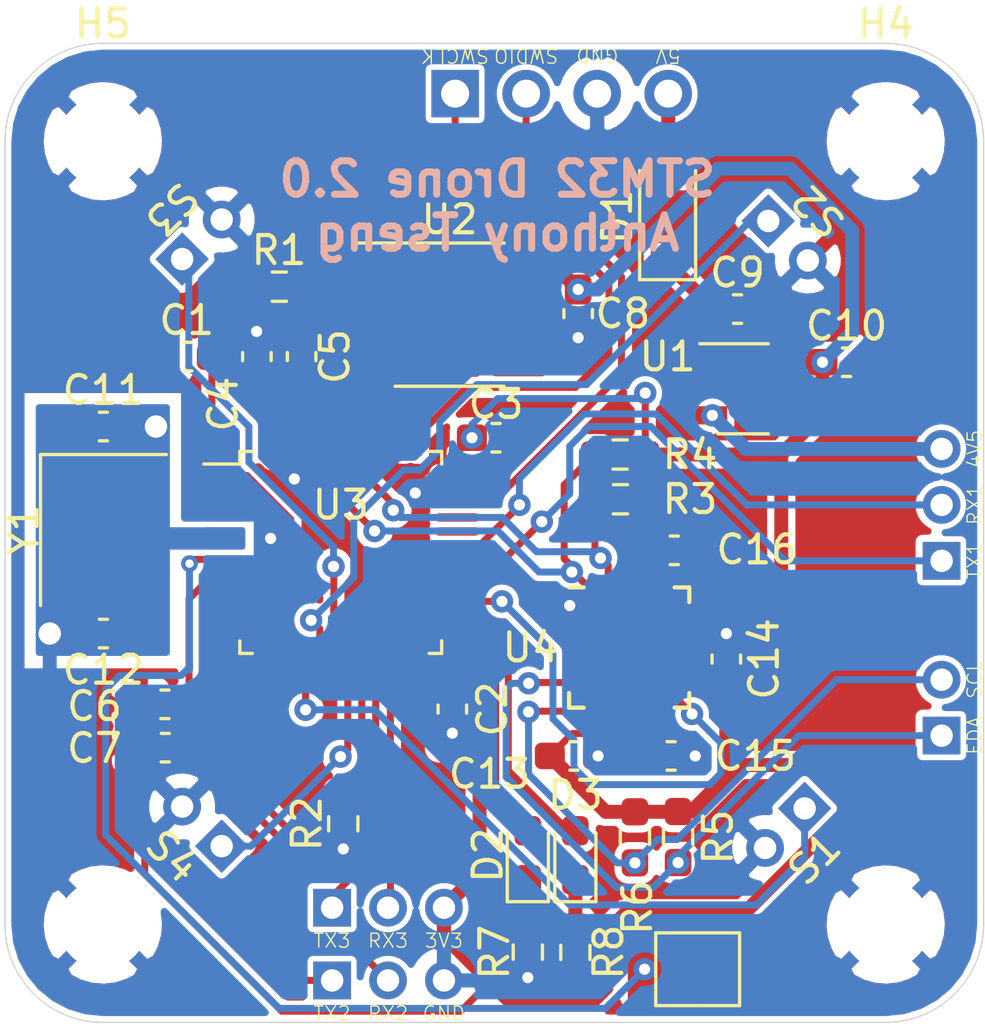
<source format=kicad_pcb>
(kicad_pcb (version 20171130) (host pcbnew "(5.1.7)-1")
  (layers (0 F.Cu signal) (31 B.Cu signal) (34 B.Paste user) (35 F.Paste user) (36 B.SilkS user) (37 F.SilkS user) (38 B.Mask user) (39 F.Mask user) (44 Edge.Cuts user))
  (net 0 "")
  (net 1 +3.3VA)
  (net 2 GND)
  (net 3 4V5)
  (net 4 HSE_IN)
  (net 5 HSE_OUT)
  (net 6 "Net-(C15-Pad1)")
  (net 7 "Net-(C16-Pad1)")
  (net 8 +5V)
  (net 9 "Net-(D2-Pad1)")
  (net 10 "Net-(D2-Pad2)")
  (net 11 "Net-(D3-Pad2)")
  (net 12 "Net-(D3-Pad1)")
  (net 13 SWCLK)
  (net 14 SWDIO)
  (net 15 RX1)
  (net 16 TX1)
  (net 17 TX3)
  (net 18 RX3)
  (net 19 TX2)
  (net 20 RX2)
  (net 21 GYRO_AUX_SDA)
  (net 22 GYRO_AUX_SCL)
  (net 23 MOTOR1_Signal)
  (net 24 MOTOR2_Signal)
  (net 25 MOTOR3_Signal)
  (net 26 MOTOR4_Signal)
  (net 27 BOOT0)
  (net 28 BOOT1)
  (net 29 SCL1)
  (net 30 SDA1)
  (net 31 NRST)
  (net 32 "Net-(U1-Pad4)")
  (net 33 CS1)
  (net 34 SCK1)
  (net 35 MOSI1)
  (net 36 MISO1)
  (net 37 "Net-(U2-Pad6)")
  (net 38 "Net-(U2-Pad7)")
  (net 39 "Net-(U3-Pad2)")
  (net 40 "Net-(U3-Pad3)")
  (net 41 "Net-(U3-Pad4)")
  (net 42 "Net-(U3-Pad10)")
  (net 43 "Net-(U3-Pad11)")
  (net 44 "Net-(U3-Pad28)")
  (net 45 "Net-(U3-Pad29)")
  (net 46 "Net-(U3-Pad32)")
  (net 47 "Net-(U3-Pad33)")
  (net 48 GYRO_INT)
  (net 49 "Net-(U3-Pad46)")
  (net 50 "Net-(U3-Pad14)")
  (net 51 "Net-(U3-Pad15)")
  (net 52 "Net-(U3-Pad45)")
  (module Connector_PinHeader_2.54mm_Personal:PinHeader_1x04_P2.54mm_Vertical (layer F.Cu) (at 85.1 60.8 90)
    (fp_text reference J1 hide)
    (fp_text value SWD)
    (pad 2 thru_hole oval (at 0 2.54 90) (size 1.7 1.7) (drill 1) (layers *.Cu *.Mask) (net 14 SWDIO))
    (pad 1 thru_hole rect (at 0 0 90) (size 1.7 1.7) (drill 1) (layers *.Cu *.Mask) (net 13 SWCLK))
    (pad 3 thru_hole oval (at 0 5.08 90) (size 1.7 1.7) (drill 1) (layers *.Cu *.Mask) (net 2 GND))
    (pad 4 thru_hole oval (at 0 7.62 90) (size 1.7 1.7) (drill 1) (layers *.Cu *.Mask) (net 8 +5V))
  )
  (module Connector_PinHeader_2.00mm_Personal:PinHeader_1x02_P2.00mm_Vertical (layer F.Cu) (at 102.5 83.75 180)
    (fp_text reference J5 hide)
    (fp_text value GYRO_AUX_I2C)
    (pad 2 thru_hole oval (at 0 2 180) (size 1.35 1.35) (drill 0.8) (layers *.Cu *.Mask) (net 22 GYRO_AUX_SCL))
    (pad 1 thru_hole rect (at 0 0 180) (size 1.35 1.35) (drill 0.8) (layers *.Cu *.Mask) (net 21 GYRO_AUX_SDA))
  )
  (module Connector_PinHeader_2.00mm_Personal:PinHeader_1x03_P2.00mm_Vertical (layer F.Cu) (at 102.5 77.5 180)
    (fp_text reference J2 hide)
    (fp_text value UART1)
    (pad 2 thru_hole oval (at 0 2 180) (size 1.35 1.35) (drill 0.8) (layers *.Cu *.Mask) (net 15 RX1))
    (pad 1 thru_hole rect (at 0 0 180) (size 1.35 1.35) (drill 0.8) (layers *.Cu *.Mask) (net 16 TX1))
    (pad 3 thru_hole oval (at 0 4 180) (size 1.35 1.35) (drill 0.8) (layers *.Cu *.Mask) (net 3 4V5))
  )
  (module Connector_PinHeader_2.00mm_Personal:PinHeader_1x03_P2.00mm_Vertical (layer F.Cu) (at 80.7 92.5 90)
    (fp_text reference J4 hide)
    (fp_text value UART2)
    (pad 2 thru_hole oval (at 0 2 90) (size 1.35 1.35) (drill 0.8) (layers *.Cu *.Mask) (net 20 RX2))
    (pad 1 thru_hole rect (at 0 0 90) (size 1.35 1.35) (drill 0.8) (layers *.Cu *.Mask) (net 19 TX2))
    (pad 3 thru_hole oval (at 0 4 90) (size 1.35 1.35) (drill 0.8) (layers *.Cu *.Mask) (net 2 GND))
  )
  (module Connector_PinHeader_2.00mm_Personal:PinHeader_1x03_P2.00mm_Vertical (layer F.Cu) (at 80.7 89.9 90)
    (fp_text reference J3 hide)
    (fp_text value UART3)
    (pad 2 thru_hole oval (at 0 2 90) (size 1.35 1.35) (drill 0.8) (layers *.Cu *.Mask) (net 18 RX3))
    (pad 1 thru_hole rect (at 0 0 90) (size 1.35 1.35) (drill 0.8) (layers *.Cu *.Mask) (net 17 TX3))
    (pad 3 thru_hole oval (at 0 4 90) (size 1.35 1.35) (drill 0.8) (layers *.Cu *.Mask) (net 1 +3.3VA))
  )
  (module Connector_PinHeader_2.00mm_Personal:PinHeader_1x02_P2.00mm_Vertical (layer F.Cu) (at 76.75 87.7 225)
    (fp_text reference S4 (at 1.513209 1.004092 135) (layer F.SilkS))
    (fp_text value S4)
    (pad 2 thru_hole oval (at 0 2 225) (size 1.35 1.35) (drill 0.8) (layers *.Cu *.Mask) (net 2 GND))
    (pad 1 thru_hole rect (at 0 0 225) (size 1.35 1.35) (drill 0.8) (layers *.Cu *.Mask) (net 26 MOTOR4_Signal))
  )
  (module Connector_PinHeader_2.00mm_Personal:PinHeader_1x02_P2.00mm_Vertical (layer F.Cu) (at 75.335786 66.714214 135)
    (fp_text reference S3 (at 1.527351 1.010051 225 unlocked) (layer F.SilkS))
    (fp_text value S3)
    (pad 2 thru_hole oval (at 0 2 135) (size 1.35 1.35) (drill 0.8) (layers *.Cu *.Mask) (net 2 GND))
    (pad 1 thru_hole rect (at 0 0 135) (size 1.35 1.35) (drill 0.8) (layers *.Cu *.Mask) (net 25 MOTOR3_Signal))
  )
  (module Connector_PinHeader_2.00mm_Personal:PinHeader_1x02_P2.00mm_Vertical (layer F.Cu) (at 96.3 65.35 45)
    (fp_text reference S2 (at 1.52028 1.025305 135 unlocked) (layer F.SilkS))
    (fp_text value S2)
    (pad 2 thru_hole oval (at 0 2 45) (size 1.35 1.35) (drill 0.8) (layers *.Cu *.Mask) (net 2 GND))
    (pad 1 thru_hole rect (at 0 0 45) (size 1.35 1.35) (drill 0.8) (layers *.Cu *.Mask) (net 24 MOTOR2_Signal))
  )
  (module Connector_PinHeader_2.00mm_Personal:PinHeader_1x02_P2.00mm_Vertical (layer F.Cu) (at 97.6 86.35 315)
    (fp_text reference S1 (at 1.52028 1.025305 45) (layer F.SilkS))
    (fp_text value S1)
    (pad 2 thru_hole oval (at 0 2 315) (size 1.35 1.35) (drill 0.8) (layers *.Cu *.Mask) (net 2 GND))
    (pad 1 thru_hole rect (at 0 0 315) (size 1.35 1.35) (drill 0.8) (layers *.Cu *.Mask) (net 23 MOTOR1_Signal))
  )
  (module Diode_SMD:D_SOD-123 (layer F.Cu) (at 92.7 65.2 90)
    (fp_text reference D1 (at 0 -1.8 90) (layer F.SilkS))
    (fp_text value ?)
    (pad 1 smd rect (at -1.65 0 90) (size 0.9 1.2) (layers F.Cu F.Paste F.Mask) (net 3 4V5))
    (pad 2 smd rect (at 1.65 0 90) (size 0.9 1.2) (layers F.Cu F.Paste F.Mask) (net 8 +5V))
  )
  (module Capacitor_SMD:C_0603_1608Metric_Pad1.08x0.95mm_HandSolder (layer F.Cu) (at 92.825 84.475)
    (fp_text reference C15 (at 3.015 0.005) (layer F.SilkS))
    (fp_text value .1uF)
    (pad 2 smd roundrect (at 0.8625 0) (size 1.075 0.95) (layers F.Cu F.Paste F.Mask) (net 2 GND))
    (pad 1 smd roundrect (at -0.8625 0) (size 1.075 0.95) (layers F.Cu F.Paste F.Mask) (net 6 "Net-(C15-Pad1)"))
  )
  (module MountingHole:MountingHole_3.2mm_M3 (layer F.Cu) (at 72.5 62.5)
    (fp_text reference H5 (at 0 -4.2) (layer F.SilkS))
    (fp_text value MountingHole)
    (pad 1 np_thru_hole circle (at 0 0) (size 3.2 3.2) (drill 3.2) (layers *.Cu *.Mask) (net 2 GND))
  )
  (module LED_SMD:LED_0603_1608Metric_Pad1.05x0.95mm_HandSolder (layer F.Cu) (at 87.7 88.025 90)
    (fp_text reference D2 (at 0 -1.43 90) (layer F.SilkS))
    (fp_text value Green)
    (pad 1 smd roundrect (at -0.875 0 90) (size 1.05 0.95) (layers F.Cu F.Paste F.Mask) (net 9 "Net-(D2-Pad1)"))
    (pad 2 smd roundrect (at 0.875 0 90) (size 1.05 0.95) (layers F.Cu F.Paste F.Mask) (net 10 "Net-(D2-Pad2)"))
  )
  (module LED_SMD:LED_0603_1608Metric_Pad1.05x0.95mm_HandSolder (layer F.Cu) (at 89.4 88.025 90)
    (fp_text reference D3 (at 2.155 0 180) (layer F.SilkS))
    (fp_text value Red)
    (pad 2 smd roundrect (at 0.875 0 90) (size 1.05 0.95) (layers F.Cu F.Paste F.Mask) (net 11 "Net-(D3-Pad2)"))
    (pad 1 smd roundrect (at -0.875 0 90) (size 1.05 0.95) (layers F.Cu F.Paste F.Mask) (net 12 "Net-(D3-Pad1)"))
  )
  (module MountingHole:MountingHole_3.2mm_M3 (layer F.Cu) (at 100.5 90.5)
    (fp_text reference H3 hide)
    (fp_text value MountingHole)
    (pad 1 np_thru_hole circle (at 0 0) (size 3.2 3.2) (drill 3.2) (layers *.Cu *.Mask) (net 2 GND))
  )
  (module MountingHole:MountingHole_3.2mm_M3 (layer F.Cu) (at 100.5 62.5)
    (fp_text reference H4 (at 0 -4.2) (layer F.SilkS))
    (fp_text value MountingHole)
    (pad 1 np_thru_hole circle (at 0 0) (size 3.2 3.2) (drill 3.2) (layers *.Cu *.Mask) (net 2 GND))
  )
  (module MountingHole:MountingHole_3.2mm_M3 (layer F.Cu) (at 72.5 90.5)
    (fp_text reference H6 hide)
    (fp_text value MountingHole)
    (pad 1 np_thru_hole circle (at 0 0) (size 3.2 3.2) (drill 3.2) (layers *.Cu *.Mask) (net 2 GND))
  )
  (module Crystal:Crystal_SMD_3225-4Pin_3.2x2.5mm_HandSoldering (layer F.Cu) (at 72.52 76.4 270)
    (fp_text reference Y1 (at 0 2.85 90) (layer F.SilkS))
    (fp_text value "16 MHz")
    (pad 1 smd rect (at -1.45 1.15 270) (size 2.1 1.8) (layers F.Cu F.Paste F.Mask) (net 4 HSE_IN))
    (pad 2 smd rect (at 1.45 1.15 270) (size 2.1 1.8) (layers F.Cu F.Paste F.Mask) (net 2 GND))
    (pad 3 smd rect (at 1.45 -1.15 270) (size 2.1 1.8) (layers F.Cu F.Paste F.Mask) (net 5 HSE_OUT))
    (pad 4 smd rect (at -1.45 -1.15 270) (size 2.1 1.8) (layers F.Cu F.Paste F.Mask) (net 2 GND))
  )
  (module Resistor_SMD:R_0603_1608Metric_Pad0.98x0.95mm_HandSolder (layer F.Cu) (at 78.8125 67.7 180)
    (fp_text reference R1 (at 0.0125 1.3) (layer F.SilkS))
    (fp_text value 10k)
    (pad 1 smd roundrect (at -0.9125 0 180) (size 0.975 0.95) (layers F.Cu F.Paste F.Mask) (net 27 BOOT0))
    (pad 2 smd roundrect (at 0.9125 0 180) (size 0.975 0.95) (layers F.Cu F.Paste F.Mask) (net 2 GND))
  )
  (module Resistor_SMD:R_0603_1608Metric_Pad0.98x0.95mm_HandSolder (layer F.Cu) (at 81.1 86.9 270)
    (fp_text reference R2 (at 0 1.3 90) (layer F.SilkS))
    (fp_text value 10k)
    (pad 1 smd roundrect (at -0.9125 0 270) (size 0.975 0.95) (layers F.Cu F.Paste F.Mask) (net 28 BOOT1))
    (pad 2 smd roundrect (at 0.9125 0 270) (size 0.975 0.95) (layers F.Cu F.Paste F.Mask) (net 2 GND))
  )
  (module Resistor_SMD:R_0603_1608Metric_Pad0.98x0.95mm_HandSolder (layer F.Cu) (at 91.0125 75.3 180)
    (fp_text reference R3 (at -2.4875 0) (layer F.SilkS))
    (fp_text value 2.2k)
    (pad 2 smd roundrect (at 0.9125 0 180) (size 0.975 0.95) (layers F.Cu F.Paste F.Mask) (net 29 SCL1))
    (pad 1 smd roundrect (at -0.9125 0 180) (size 0.975 0.95) (layers F.Cu F.Paste F.Mask) (net 1 +3.3VA))
  )
  (module Resistor_SMD:R_0603_1608Metric_Pad0.98x0.95mm_HandSolder (layer F.Cu) (at 91 73.7 180)
    (fp_text reference R4 (at -2.5 0) (layer F.SilkS))
    (fp_text value 2.2k)
    (pad 1 smd roundrect (at -0.9125 0 180) (size 0.975 0.95) (layers F.Cu F.Paste F.Mask) (net 1 +3.3VA))
    (pad 2 smd roundrect (at 0.9125 0 180) (size 0.975 0.95) (layers F.Cu F.Paste F.Mask) (net 30 SDA1))
  )
  (module Resistor_SMD:R_0603_1608Metric_Pad0.98x0.95mm_HandSolder (layer F.Cu) (at 93.075 87.375 270)
    (fp_text reference R5 (at 0 -1.43 270) (layer F.SilkS))
    (fp_text value 2.2k)
    (pad 2 smd roundrect (at 0.9125 0 270) (size 0.975 0.95) (layers F.Cu F.Paste F.Mask) (net 21 GYRO_AUX_SDA))
    (pad 1 smd roundrect (at -0.9125 0 270) (size 0.975 0.95) (layers F.Cu F.Paste F.Mask) (net 1 +3.3VA))
  )
  (module Resistor_SMD:R_0603_1608Metric_Pad0.98x0.95mm_HandSolder (layer F.Cu) (at 91.529999 87.385001 270)
    (fp_text reference R6 (at 2.504999 -0.090001 90) (layer F.SilkS))
    (fp_text value 2.2k)
    (pad 2 smd roundrect (at 0.9125 0 270) (size 0.975 0.95) (layers F.Cu F.Paste F.Mask) (net 22 GYRO_AUX_SCL))
    (pad 1 smd roundrect (at -0.9125 0 270) (size 0.975 0.95) (layers F.Cu F.Paste F.Mask) (net 1 +3.3VA))
  )
  (module Resistor_SMD:R_0603_1608Metric_Pad0.98x0.95mm_HandSolder (layer F.Cu) (at 87.7 91.4875 270)
    (fp_text reference R7 (at 0.0025 1.19 90) (layer F.SilkS))
    (fp_text value 220)
    (pad 2 smd roundrect (at 0.9125 0 270) (size 0.975 0.95) (layers F.Cu F.Paste F.Mask) (net 2 GND))
    (pad 1 smd roundrect (at -0.9125 0 270) (size 0.975 0.95) (layers F.Cu F.Paste F.Mask) (net 9 "Net-(D2-Pad1)"))
  )
  (module Resistor_SMD:R_0603_1608Metric_Pad0.98x0.95mm_HandSolder (layer F.Cu) (at 89.4 91.5 270)
    (fp_text reference R8 (at -0.01 -1.19 90) (layer F.SilkS))
    (fp_text value 220)
    (pad 1 smd roundrect (at -0.9125 0 270) (size 0.975 0.95) (layers F.Cu F.Paste F.Mask) (net 12 "Net-(D3-Pad1)"))
    (pad 2 smd roundrect (at 0.9125 0 270) (size 0.975 0.95) (layers F.Cu F.Paste F.Mask) (net 2 GND))
  )
  (module Button_Switch_SMD_Personal:EVPBA (layer F.Cu) (at 93.775 92.1 180)
    (fp_text reference SW1 hide)
    (fp_text value SW_MEC_5G)
    (pad 2 smd rect (at 1.9 0 180) (size 1.2 2.15) (layers F.Cu F.Paste F.Mask) (net 31 NRST))
    (pad 1 smd rect (at -1.9 0 180) (size 1.2 2.15) (layers F.Cu F.Paste F.Mask) (net 2 GND))
  )
  (module Package_TO_SOT_SMD:SOT-23-5 (layer F.Cu) (at 95.4 71.35)
    (fp_text reference U1 (at -2.7 -1.15) (layer F.SilkS))
    (fp_text value MIC5504-3.3YM5)
    (pad 1 smd rect (at -1.1 -0.95) (size 1.06 0.65) (layers F.Cu F.Paste F.Mask) (net 3 4V5))
    (pad 2 smd rect (at -1.1 0) (size 1.06 0.65) (layers F.Cu F.Paste F.Mask) (net 2 GND))
    (pad 3 smd rect (at -1.1 0.95) (size 1.06 0.65) (layers F.Cu F.Paste F.Mask) (net 3 4V5))
    (pad 4 smd rect (at 1.1 0.95) (size 1.06 0.65) (layers F.Cu F.Paste F.Mask) (net 32 "Net-(U1-Pad4)"))
    (pad 5 smd rect (at 1.1 -0.95) (size 1.06 0.65) (layers F.Cu F.Paste F.Mask) (net 1 +3.3VA))
  )
  (module Package_SO:SOIC-8_3.9x4.9mm_P1.27mm (layer F.Cu) (at 84.9 68.7)
    (fp_text reference U2 (at 0 -3.4) (layer F.SilkS))
    (fp_text value 93CxxB)
    (pad 1 smd roundrect (at -2.475 -1.905) (size 1.95 0.6) (layers F.Cu F.Paste F.Mask) (net 33 CS1))
    (pad 2 smd roundrect (at -2.475 -0.635) (size 1.95 0.6) (layers F.Cu F.Paste F.Mask) (net 34 SCK1))
    (pad 3 smd roundrect (at -2.475 0.635) (size 1.95 0.6) (layers F.Cu F.Paste F.Mask) (net 35 MOSI1))
    (pad 4 smd roundrect (at -2.475 1.905) (size 1.95 0.6) (layers F.Cu F.Paste F.Mask) (net 36 MISO1))
    (pad 5 smd roundrect (at 2.475 1.905) (size 1.95 0.6) (layers F.Cu F.Paste F.Mask) (net 2 GND))
    (pad 6 smd roundrect (at 2.475 0.635) (size 1.95 0.6) (layers F.Cu F.Paste F.Mask) (net 37 "Net-(U2-Pad6)"))
    (pad 7 smd roundrect (at 2.475 -0.635) (size 1.95 0.6) (layers F.Cu F.Paste F.Mask) (net 38 "Net-(U2-Pad7)"))
    (pad 8 smd roundrect (at 2.475 -1.905) (size 1.95 0.6) (layers F.Cu F.Paste F.Mask) (net 1 +3.3VA))
  )
  (module Sensor_Motion:InvenSense_QFN-24_4x4mm_P0.5mm (layer F.Cu) (at 91.325 80.6)
    (fp_text reference U4 (at -3.525 0) (layer F.SilkS))
    (fp_text value MPU-6050)
    (pad 1 smd roundrect (at -1.95 -1.25) (size 0.85 0.3) (layers F.Cu F.Paste F.Mask) (net 2 GND))
    (pad 2 smd roundrect (at -1.95 -0.75) (size 0.85 0.3) (layers F.Cu F.Paste F.Mask))
    (pad 3 smd roundrect (at -1.95 -0.25) (size 0.85 0.3) (layers F.Cu F.Paste F.Mask))
    (pad 4 smd roundrect (at -1.95 0.25) (size 0.85 0.3) (layers F.Cu F.Paste F.Mask))
    (pad 5 smd roundrect (at -1.95 0.75) (size 0.85 0.3) (layers F.Cu F.Paste F.Mask))
    (pad 6 smd roundrect (at -1.95 1.25) (size 0.85 0.3) (layers F.Cu F.Paste F.Mask) (net 21 GYRO_AUX_SDA))
    (pad 7 smd roundrect (at -1.25 1.95 90) (size 0.85 0.3) (layers F.Cu F.Paste F.Mask) (net 22 GYRO_AUX_SCL))
    (pad 8 smd roundrect (at -0.75 1.95 90) (size 0.85 0.3) (layers F.Cu F.Paste F.Mask) (net 1 +3.3VA))
    (pad 9 smd roundrect (at -0.25 1.95 90) (size 0.85 0.3) (layers F.Cu F.Paste F.Mask) (net 2 GND))
    (pad 10 smd roundrect (at 0.25 1.95 90) (size 0.85 0.3) (layers F.Cu F.Paste F.Mask) (net 6 "Net-(C15-Pad1)"))
    (pad 11 smd roundrect (at 0.75 1.95 90) (size 0.85 0.3) (layers F.Cu F.Paste F.Mask) (net 2 GND))
    (pad 12 smd roundrect (at 1.25 1.95 90) (size 0.85 0.3) (layers F.Cu F.Paste F.Mask) (net 48 GYRO_INT))
    (pad 13 smd roundrect (at 1.95 1.25) (size 0.85 0.3) (layers F.Cu F.Paste F.Mask) (net 1 +3.3VA))
    (pad 14 smd roundrect (at 1.95 0.75) (size 0.85 0.3) (layers F.Cu F.Paste F.Mask))
    (pad 15 smd roundrect (at 1.95 0.25) (size 0.85 0.3) (layers F.Cu F.Paste F.Mask))
    (pad 16 smd roundrect (at 1.95 -0.25) (size 0.85 0.3) (layers F.Cu F.Paste F.Mask))
    (pad 17 smd roundrect (at 1.95 -0.75) (size 0.85 0.3) (layers F.Cu F.Paste F.Mask))
    (pad 18 smd roundrect (at 1.95 -1.25) (size 0.85 0.3) (layers F.Cu F.Paste F.Mask) (net 2 GND))
    (pad 19 smd roundrect (at 1.25 -1.95 90) (size 0.85 0.3) (layers F.Cu F.Paste F.Mask))
    (pad 20 smd roundrect (at 0.75 -1.95 90) (size 0.85 0.3) (layers F.Cu F.Paste F.Mask) (net 7 "Net-(C16-Pad1)"))
    (pad 21 smd roundrect (at 0.25 -1.95 90) (size 0.85 0.3) (layers F.Cu F.Paste F.Mask))
    (pad 22 smd roundrect (at -0.25 -1.95 90) (size 0.85 0.3) (layers F.Cu F.Paste F.Mask))
    (pad 23 smd roundrect (at -0.75 -1.95 90) (size 0.85 0.3) (layers F.Cu F.Paste F.Mask) (net 29 SCL1))
    (pad 24 smd roundrect (at -1.25 -1.95 90) (size 0.85 0.3) (layers F.Cu F.Paste F.Mask) (net 30 SDA1))
  )
  (module Capacitor_SMD:C_0603_1608Metric_Pad1.08x0.95mm_HandSolder (layer F.Cu) (at 75.5375 70.2 180)
    (fp_text reference C1 (at 0.0375 1.3) (layer F.SilkS))
    (fp_text value 100nF)
    (pad 1 smd roundrect (at -0.8625 0 180) (size 1.075 0.95) (layers F.Cu F.Paste F.Mask) (net 1 +3.3VA))
    (pad 2 smd roundrect (at 0.8625 0 180) (size 1.075 0.95) (layers F.Cu F.Paste F.Mask) (net 2 GND))
  )
  (module Capacitor_SMD:C_0603_1608Metric_Pad1.08x0.95mm_HandSolder (layer F.Cu) (at 85 82.8 270)
    (fp_text reference C2 (at 0 -1.43 90) (layer F.SilkS))
    (fp_text value 100nF)
    (pad 2 smd roundrect (at 0.8625 0 270) (size 1.075 0.95) (layers F.Cu F.Paste F.Mask) (net 2 GND))
    (pad 1 smd roundrect (at -0.8625 0 270) (size 1.075 0.95) (layers F.Cu F.Paste F.Mask) (net 1 +3.3VA))
  )
  (module Capacitor_SMD:C_0603_1608Metric_Pad1.08x0.95mm_HandSolder (layer F.Cu) (at 86.5625 73.1)
    (fp_text reference C3 (at 0 -1.2) (layer F.SilkS))
    (fp_text value 100nF)
    (pad 2 smd roundrect (at 0.8625 0) (size 1.075 0.95) (layers F.Cu F.Paste F.Mask) (net 2 GND))
    (pad 1 smd roundrect (at -0.8625 0) (size 1.075 0.95) (layers F.Cu F.Paste F.Mask) (net 1 +3.3VA))
  )
  (module Capacitor_SMD:C_0603_1608Metric_Pad1.08x0.95mm_HandSolder (layer F.Cu) (at 78.01 70.2 90)
    (fp_text reference C4 (at -1.7 -1.21 270) (layer F.SilkS))
    (fp_text value 100nF)
    (pad 2 smd roundrect (at 0.8625 0 90) (size 1.075 0.95) (layers F.Cu F.Paste F.Mask) (net 2 GND))
    (pad 1 smd roundrect (at -0.8625 0 90) (size 1.075 0.95) (layers F.Cu F.Paste F.Mask) (net 1 +3.3VA))
  )
  (module Capacitor_SMD:C_0603_1608Metric_Pad1.08x0.95mm_HandSolder (layer F.Cu) (at 79.61 70.1975 90)
    (fp_text reference C5 (at 0 1.19 90) (layer F.SilkS))
    (fp_text value 4.7uF)
    (pad 2 smd roundrect (at 0.8625 0 90) (size 1.075 0.95) (layers F.Cu F.Paste F.Mask) (net 2 GND))
    (pad 1 smd roundrect (at -0.8625 0 90) (size 1.075 0.95) (layers F.Cu F.Paste F.Mask) (net 1 +3.3VA))
  )
  (module Capacitor_SMD:C_0603_1608Metric_Pad1.08x0.95mm_HandSolder (layer F.Cu) (at 74.72 82.63 180)
    (fp_text reference C6 (at 2.52 -0.07) (layer F.SilkS))
    (fp_text value 10nF)
    (pad 1 smd roundrect (at -0.8625 0 180) (size 1.075 0.95) (layers F.Cu F.Paste F.Mask) (net 1 +3.3VA))
    (pad 2 smd roundrect (at 0.8625 0 180) (size 1.075 0.95) (layers F.Cu F.Paste F.Mask) (net 2 GND))
  )
  (module Capacitor_SMD:C_0603_1608Metric_Pad1.08x0.95mm_HandSolder (layer F.Cu) (at 74.7325 84.18 180)
    (fp_text reference C7 (at 2.5325 -0.02) (layer F.SilkS))
    (fp_text value 1uF)
    (pad 2 smd roundrect (at 0.8625 0 180) (size 1.075 0.95) (layers F.Cu F.Paste F.Mask) (net 2 GND))
    (pad 1 smd roundrect (at -0.8625 0 180) (size 1.075 0.95) (layers F.Cu F.Paste F.Mask) (net 1 +3.3VA))
  )
  (module Capacitor_SMD:C_0603_1608Metric_Pad1.08x0.95mm_HandSolder (layer F.Cu) (at 89.5 68.6625 90)
    (fp_text reference C8 (at 0 1.6 180) (layer F.SilkS))
    (fp_text value 100nF)
    (pad 1 smd roundrect (at -0.8625 0 90) (size 1.075 0.95) (layers F.Cu F.Paste F.Mask) (net 2 GND))
    (pad 2 smd roundrect (at 0.8625 0 90) (size 1.075 0.95) (layers F.Cu F.Paste F.Mask) (net 1 +3.3VA))
  )
  (module Capacitor_SMD:C_0603_1608Metric_Pad1.08x0.95mm_HandSolder (layer F.Cu) (at 95.2 68.5)
    (fp_text reference C9 (at 0 -1.3) (layer F.SilkS))
    (fp_text value 1uF)
    (pad 1 smd roundrect (at -0.8625 0) (size 1.075 0.95) (layers F.Cu F.Paste F.Mask) (net 3 4V5))
    (pad 2 smd roundrect (at 0.8625 0) (size 1.075 0.95) (layers F.Cu F.Paste F.Mask) (net 2 GND))
  )
  (module Capacitor_SMD:C_0603_1608Metric_Pad1.08x0.95mm_HandSolder (layer F.Cu) (at 99.1 70.4)
    (fp_text reference C10 (at 0 -1.3) (layer F.SilkS))
    (fp_text value 1uF)
    (pad 2 smd roundrect (at 0.8625 0) (size 1.075 0.95) (layers F.Cu F.Paste F.Mask) (net 2 GND))
    (pad 1 smd roundrect (at -0.8625 0) (size 1.075 0.95) (layers F.Cu F.Paste F.Mask) (net 1 +3.3VA))
  )
  (module Capacitor_SMD:C_0603_1608Metric_Pad1.08x0.95mm_HandSolder (layer F.Cu) (at 72.52 72.7)
    (fp_text reference C11 (at 0 -1.3) (layer F.SilkS))
    (fp_text value 12pF)
    (pad 2 smd roundrect (at 0.8625 0) (size 1.075 0.95) (layers F.Cu F.Paste F.Mask) (net 2 GND))
    (pad 1 smd roundrect (at -0.8625 0) (size 1.075 0.95) (layers F.Cu F.Paste F.Mask) (net 4 HSE_IN))
  )
  (module Capacitor_SMD:C_0603_1608Metric_Pad1.08x0.95mm_HandSolder (layer F.Cu) (at 72.52 80.1 180)
    (fp_text reference C12 (at 0 -1.3) (layer F.SilkS))
    (fp_text value 12pF)
    (pad 1 smd roundrect (at -0.8625 0 180) (size 1.075 0.95) (layers F.Cu F.Paste F.Mask) (net 5 HSE_OUT))
    (pad 2 smd roundrect (at 0.8625 0 180) (size 1.075 0.95) (layers F.Cu F.Paste F.Mask) (net 2 GND))
  )
  (module Capacitor_SMD:C_0603_1608Metric_Pad1.08x0.95mm_HandSolder (layer F.Cu) (at 89.35 84.475)
    (fp_text reference C13 (at -3.02 0.645) (layer F.SilkS))
    (fp_text value 10nF)
    (pad 2 smd roundrect (at 0.8625 0) (size 1.075 0.95) (layers F.Cu F.Paste F.Mask) (net 2 GND))
    (pad 1 smd roundrect (at -0.8625 0) (size 1.075 0.95) (layers F.Cu F.Paste F.Mask) (net 1 +3.3VA))
  )
  (module Capacitor_SMD:C_0603_1608Metric_Pad1.08x0.95mm_HandSolder (layer F.Cu) (at 94.8 81.0125 90)
    (fp_text reference C14 (at 0.0025 1.35 90) (layer F.SilkS))
    (fp_text value .1uF)
    (pad 1 smd roundrect (at -0.8625 0 90) (size 1.075 0.95) (layers F.Cu F.Paste F.Mask) (net 1 +3.3VA))
    (pad 2 smd roundrect (at 0.8625 0 90) (size 1.075 0.95) (layers F.Cu F.Paste F.Mask) (net 2 GND))
  )
  (module Capacitor_SMD:C_0603_1608Metric_Pad1.08x0.95mm_HandSolder (layer F.Cu) (at 92.9375 77.125)
    (fp_text reference C16 (at 2.9625 -0.025) (layer F.SilkS))
    (fp_text value 2.2nF)
    (pad 1 smd roundrect (at -0.8625 0) (size 1.075 0.95) (layers F.Cu F.Paste F.Mask) (net 7 "Net-(C16-Pad1)"))
    (pad 2 smd roundrect (at 0.8625 0) (size 1.075 0.95) (layers F.Cu F.Paste F.Mask) (net 2 GND))
  )
  (module Package_QFP:LQFP-48_7x7mm_P0.5mm (layer F.Cu) (at 81.01 77.2)
    (fp_text reference U3 (at 0 -1.7) (layer F.SilkS))
    (fp_text value STM32F103C8Tx)
    (pad 1 smd roundrect (at -4.1625 -2.75) (size 1.475 0.3) (layers F.Cu F.Paste F.Mask) (net 1 +3.3VA))
    (pad 2 smd roundrect (at -4.1625 -2.25) (size 1.475 0.3) (layers F.Cu F.Paste F.Mask) (net 39 "Net-(U3-Pad2)"))
    (pad 3 smd roundrect (at -4.1625 -1.75) (size 1.475 0.3) (layers F.Cu F.Paste F.Mask) (net 40 "Net-(U3-Pad3)"))
    (pad 4 smd roundrect (at -4.1625 -1.25) (size 1.475 0.3) (layers F.Cu F.Paste F.Mask) (net 41 "Net-(U3-Pad4)"))
    (pad 5 smd roundrect (at -4.1625 -0.75) (size 1.475 0.3) (layers F.Cu F.Paste F.Mask) (net 4 HSE_IN))
    (pad 6 smd roundrect (at -4.1625 -0.25) (size 1.475 0.3) (layers F.Cu F.Paste F.Mask) (net 5 HSE_OUT))
    (pad 7 smd roundrect (at -4.1625 0.25) (size 1.475 0.3) (layers F.Cu F.Paste F.Mask) (net 31 NRST))
    (pad 8 smd roundrect (at -4.1625 0.75) (size 1.475 0.3) (layers F.Cu F.Paste F.Mask) (net 2 GND))
    (pad 9 smd roundrect (at -4.1625 1.25) (size 1.475 0.3) (layers F.Cu F.Paste F.Mask) (net 1 +3.3VA))
    (pad 10 smd roundrect (at -4.1625 1.75) (size 1.475 0.3) (layers F.Cu F.Paste F.Mask) (net 42 "Net-(U3-Pad10)"))
    (pad 11 smd roundrect (at -4.1625 2.25) (size 1.475 0.3) (layers F.Cu F.Paste F.Mask) (net 43 "Net-(U3-Pad11)"))
    (pad 12 smd roundrect (at -4.1625 2.75) (size 1.475 0.3) (layers F.Cu F.Paste F.Mask) (net 19 TX2))
    (pad 13 smd roundrect (at -2.75 4.1625) (size 0.3 1.475) (layers F.Cu F.Paste F.Mask) (net 20 RX2))
    (pad 14 smd roundrect (at -2.25 4.1625) (size 0.3 1.475) (layers F.Cu F.Paste F.Mask) (net 50 "Net-(U3-Pad14)"))
    (pad 15 smd roundrect (at -1.75 4.1625) (size 0.3 1.475) (layers F.Cu F.Paste F.Mask) (net 51 "Net-(U3-Pad15)"))
    (pad 16 smd roundrect (at -1.25 4.1625) (size 0.3 1.475) (layers F.Cu F.Paste F.Mask) (net 23 MOTOR1_Signal))
    (pad 17 smd roundrect (at -0.75 4.1625) (size 0.3 1.475) (layers F.Cu F.Paste F.Mask) (net 24 MOTOR2_Signal))
    (pad 18 smd roundrect (at -0.25 4.1625) (size 0.3 1.475) (layers F.Cu F.Paste F.Mask) (net 25 MOTOR3_Signal))
    (pad 19 smd roundrect (at 0.25 4.1625) (size 0.3 1.475) (layers F.Cu F.Paste F.Mask) (net 26 MOTOR4_Signal))
    (pad 20 smd roundrect (at 0.75 4.1625) (size 0.3 1.475) (layers F.Cu F.Paste F.Mask) (net 28 BOOT1))
    (pad 21 smd roundrect (at 1.25 4.1625) (size 0.3 1.475) (layers F.Cu F.Paste F.Mask) (net 17 TX3))
    (pad 22 smd roundrect (at 1.75 4.1625) (size 0.3 1.475) (layers F.Cu F.Paste F.Mask) (net 18 RX3))
    (pad 23 smd roundrect (at 2.25 4.1625) (size 0.3 1.475) (layers F.Cu F.Paste F.Mask) (net 2 GND))
    (pad 24 smd roundrect (at 2.75 4.1625) (size 0.3 1.475) (layers F.Cu F.Paste F.Mask) (net 1 +3.3VA))
    (pad 25 smd roundrect (at 4.1625 2.75) (size 1.475 0.3) (layers F.Cu F.Paste F.Mask) (net 10 "Net-(D2-Pad2)"))
    (pad 26 smd roundrect (at 4.1625 2.25) (size 1.475 0.3) (layers F.Cu F.Paste F.Mask) (net 11 "Net-(D3-Pad2)"))
    (pad 27 smd roundrect (at 4.1625 1.75) (size 1.475 0.3) (layers F.Cu F.Paste F.Mask) (net 48 GYRO_INT))
    (pad 28 smd roundrect (at 4.1625 1.25) (size 1.475 0.3) (layers F.Cu F.Paste F.Mask) (net 44 "Net-(U3-Pad28)"))
    (pad 29 smd roundrect (at 4.1625 0.75) (size 1.475 0.3) (layers F.Cu F.Paste F.Mask) (net 45 "Net-(U3-Pad29)"))
    (pad 30 smd roundrect (at 4.1625 0.25) (size 1.475 0.3) (layers F.Cu F.Paste F.Mask) (net 16 TX1))
    (pad 31 smd roundrect (at 4.1625 -0.25) (size 1.475 0.3) (layers F.Cu F.Paste F.Mask) (net 15 RX1))
    (pad 32 smd roundrect (at 4.1625 -0.75) (size 1.475 0.3) (layers F.Cu F.Paste F.Mask) (net 46 "Net-(U3-Pad32)"))
    (pad 33 smd roundrect (at 4.1625 -1.25) (size 1.475 0.3) (layers F.Cu F.Paste F.Mask) (net 47 "Net-(U3-Pad33)"))
    (pad 34 smd roundrect (at 4.1625 -1.75) (size 1.475 0.3) (layers F.Cu F.Paste F.Mask) (net 14 SWDIO))
    (pad 35 smd roundrect (at 4.1625 -2.25) (size 1.475 0.3) (layers F.Cu F.Paste F.Mask) (net 2 GND))
    (pad 36 smd roundrect (at 4.1625 -2.75) (size 1.475 0.3) (layers F.Cu F.Paste F.Mask) (net 1 +3.3VA))
    (pad 37 smd roundrect (at 2.75 -4.1625) (size 0.3 1.475) (layers F.Cu F.Paste F.Mask) (net 13 SWCLK))
    (pad 38 smd roundrect (at 2.25 -4.1625) (size 0.3 1.475) (layers F.Cu F.Paste F.Mask) (net 33 CS1))
    (pad 39 smd roundrect (at 1.75 -4.1625) (size 0.3 1.475) (layers F.Cu F.Paste F.Mask) (net 34 SCK1))
    (pad 40 smd roundrect (at 1.25 -4.1625) (size 0.3 1.475) (layers F.Cu F.Paste F.Mask) (net 36 MISO1))
    (pad 41 smd roundrect (at 0.75 -4.1625) (size 0.3 1.475) (layers F.Cu F.Paste F.Mask) (net 35 MOSI1))
    (pad 42 smd roundrect (at 0.25 -4.1625) (size 0.3 1.475) (layers F.Cu F.Paste F.Mask) (net 29 SCL1))
    (pad 43 smd roundrect (at -0.25 -4.1625) (size 0.3 1.475) (layers F.Cu F.Paste F.Mask) (net 30 SDA1))
    (pad 44 smd roundrect (at -0.75 -4.1625) (size 0.3 1.475) (layers F.Cu F.Paste F.Mask) (net 27 BOOT0))
    (pad 45 smd roundrect (at -1.25 -4.1625) (size 0.3 1.475) (layers F.Cu F.Paste F.Mask) (net 52 "Net-(U3-Pad45)"))
    (pad 46 smd roundrect (at -1.75 -4.1625) (size 0.3 1.475) (layers F.Cu F.Paste F.Mask) (net 49 "Net-(U3-Pad46)"))
    (pad 47 smd roundrect (at -2.25 -4.1625) (size 0.3 1.475) (layers F.Cu F.Paste F.Mask) (net 2 GND))
    (pad 48 smd roundrect (at -2.75 -4.1625) (size 0.3 1.475) (layers F.Cu F.Paste F.Mask) (net 1 +3.3VA))
  )
  (gr_text "STM32 Drone 2.0\nAnthony Tseng" (at 86.61 64.82) (layer B.SilkS) (effects (font (size 1.2 1.2) (thickness 0.25)) (justify mirror)))
  (gr_text SWCLK (at 85.09 59.44 180) (layer F.SilkS) (effects (font (size 0.5 0.5) (thickness 0.05))))
  (gr_text SWDIO (at 87.64 59.44 180) (layer F.SilkS) (effects (font (size 0.5 0.5) (thickness 0.05))))
  (gr_text GND (at 90.19 59.43 180) (layer F.SilkS) (effects (font (size 0.5 0.5) (thickness 0.05))))
  (gr_text 5V (at 92.72 59.44 180) (layer F.SilkS) (effects (font (size 0.5 0.5) (thickness 0.05))))
  (gr_text 4V5 (at 103.68 73.5 90) (layer F.SilkS) (effects (font (size 0.5 0.5) (thickness 0.05))))
  (gr_text RX1 (at 103.68 75.5 90) (layer F.SilkS) (effects (font (size 0.5 0.5) (thickness 0.05))))
  (gr_text TX1 (at 103.68 77.5 90) (layer F.SilkS) (effects (font (size 0.5 0.5) (thickness 0.05))))
  (gr_text SCL (at 103.68 81.75 90) (layer F.SilkS) (effects (font (size 0.5 0.5) (thickness 0.05))))
  (gr_text EDA (at 103.68 83.75 90) (layer F.SilkS) (effects (font (size 0.5 0.5) (thickness 0.05))))
  (gr_text 3V3 (at 84.7 91.08) (layer F.SilkS) (effects (font (size 0.5 0.5) (thickness 0.05))))
  (gr_text RX3 (at 82.7 91.08) (layer F.SilkS) (effects (font (size 0.5 0.5) (thickness 0.05))))
  (gr_text TX3 (at 80.7 91.08) (layer F.SilkS) (effects (font (size 0.5 0.5) (thickness 0.05))))
  (gr_text RX2 (at 82.7 93.68) (layer F.SilkS) (effects (font (size 0.5 0.5) (thickness 0.05))))
  (gr_text "GND\n" (at 84.7 93.68) (layer F.SilkS) (effects (font (size 0.5 0.5) (thickness 0.05))))
  (gr_text TX2 (at 80.7 93.68) (layer F.SilkS) (effects (font (size 0.5 0.5) (thickness 0.05))))
  (gr_arc (start 72.5 62.5) (end 72.5 59) (angle -90) (layer Edge.Cuts) (width 0.05))
  (gr_arc (start 72.5 90.5) (end 69 90.5) (angle -90) (layer Edge.Cuts) (width 0.05))
  (gr_arc (start 100.5 90.5) (end 100.5 94) (angle -90) (layer Edge.Cuts) (width 0.05))
  (gr_arc (start 100.5 62.5) (end 104 62.5) (angle -90) (layer Edge.Cuts) (width 0.05))
  (gr_line (start 69 90.5) (end 69 62.5) (layer Edge.Cuts) (width 0.05))
  (gr_line (start 100.5 94) (end 72.5 94) (layer Edge.Cuts) (width 0.05))
  (gr_line (start 104 62.5) (end 104 90.5) (layer Edge.Cuts) (width 0.05))
  (gr_line (start 72.5 59) (end 100.5 59) (layer Edge.Cuts) (width 0.05))
  (via (at 94.8 80.1) (size 0.8) (drill 0.4) (layers F.Cu B.Cu) (net 2))
  (via (at 87.7 92.4) (size 0.8) (drill 0.4) (layers F.Cu B.Cu) (net 2))
  (via (at 78 69.3) (size 0.8) (drill 0.4) (layers F.Cu B.Cu) (net 2))
  (segment (start 75.994318 78.45) (end 76.8475 78.45) (width 0.25) (layer F.Cu) (net 1))
  (segment (start 75.5825 78.861818) (end 75.994318 78.45) (width 0.25) (layer F.Cu) (net 1))
  (segment (start 75.5825 78.861818) (end 75.5825 82.63) (width 0.25) (layer F.Cu) (net 1))
  (segment (start 75.5825 84.1675) (end 75.595 84.18) (width 0.5) (layer F.Cu) (net 1))
  (segment (start 75.5825 82.63) (end 75.5825 84.1675) (width 0.5) (layer F.Cu) (net 1))
  (segment (start 78.26 71.3125) (end 78.01 71.0625) (width 0.25) (layer F.Cu) (net 1))
  (segment (start 78.26 73.0375) (end 78.26 71.3125) (width 0.25) (layer F.Cu) (net 1))
  (segment (start 79.6075 71.0625) (end 79.61 71.06) (width 0.5) (layer F.Cu) (net 1))
  (segment (start 78.01 71.0625) (end 79.6075 71.0625) (width 0.5) (layer F.Cu) (net 1))
  (segment (start 77.1475 70.2) (end 78.01 71.0625) (width 0.5) (layer F.Cu) (net 1))
  (segment (start 76.4 70.2) (end 77.1475 70.2) (width 0.5) (layer F.Cu) (net 1))
  (segment (start 84.425 81.3625) (end 85 81.9375) (width 0.25) (layer F.Cu) (net 1))
  (segment (start 83.76 81.3625) (end 84.425 81.3625) (width 0.25) (layer F.Cu) (net 1))
  (segment (start 76.4 74.0025) (end 76.4 70.2) (width 0.25) (layer F.Cu) (net 1))
  (segment (start 76.8475 74.45) (end 76.4 74.0025) (width 0.25) (layer F.Cu) (net 1))
  (segment (start 88.495 66.795) (end 89.45 67.75) (width 0.5) (layer F.Cu) (net 1))
  (segment (start 87.375 66.795) (end 88.495 66.795) (width 0.5) (layer F.Cu) (net 1))
  (segment (start 85.1725 73.6275) (end 85.7 73.1) (width 0.25) (layer F.Cu) (net 1))
  (segment (start 85.1725 74.45) (end 85.1725 73.6275) (width 0.25) (layer F.Cu) (net 1))
  (segment (start 94.775 81.85) (end 94.8 81.875) (width 0.25) (layer F.Cu) (net 1))
  (segment (start 93.275 81.85) (end 94.775 81.85) (width 0.25) (layer F.Cu) (net 1))
  (segment (start 90.575 82.55) (end 90.575 83.25) (width 0.25) (layer F.Cu) (net 1))
  (segment (start 89.28751 83.67499) (end 88.4875 84.475) (width 0.25) (layer F.Cu) (net 1))
  (segment (start 90.15001 83.67499) (end 89.28751 83.67499) (width 0.25) (layer F.Cu) (net 1))
  (segment (start 90.575 83.25) (end 90.15001 83.67499) (width 0.25) (layer F.Cu) (net 1))
  (segment (start 94.8 85.2125) (end 94.8 81.875) (width 0.5) (layer F.Cu) (net 1))
  (segment (start 93.55 86.4625) (end 94.8 85.2125) (width 0.5) (layer F.Cu) (net 1))
  (segment (start 93.075 86.4625) (end 93.55 86.4625) (width 0.5) (layer F.Cu) (net 1))
  (segment (start 76.4 67.91699) (end 78.41699 65.9) (width 0.25) (layer F.Cu) (net 1))
  (segment (start 76.4 70.2) (end 76.4 67.91699) (width 0.25) (layer F.Cu) (net 1))
  (segment (start 86.48 65.9) (end 87.375 66.795) (width 0.25) (layer F.Cu) (net 1))
  (segment (start 78.41699 65.9) (end 86.48 65.9) (width 0.25) (layer F.Cu) (net 1))
  (segment (start 91.9125 75.2875) (end 91.925 75.3) (width 0.5) (layer F.Cu) (net 1))
  (segment (start 91.9125 73.7) (end 91.9125 75.2875) (width 0.5) (layer F.Cu) (net 1))
  (segment (start 85.7 73.1) (end 85.7 73.1) (width 0.25) (layer F.Cu) (net 1))
  (segment (start 96.5 70.4) (end 98.2375 70.4) (width 0.5) (layer F.Cu) (net 1))
  (segment (start 96.765002 73.7) (end 91.9125 73.7) (width 0.5) (layer F.Cu) (net 1))
  (segment (start 98.2375 72.227502) (end 96.765002 73.7) (width 0.5) (layer F.Cu) (net 1))
  (segment (start 98.2375 70.4) (end 98.2375 72.227502) (width 0.5) (layer F.Cu) (net 1))
  (segment (start 90.485001 86.472501) (end 91.529999 86.472501) (width 0.5) (layer F.Cu) (net 1))
  (segment (start 88.4875 84.475) (end 90.485001 86.472501) (width 0.5) (layer F.Cu) (net 1))
  (segment (start 93.064999 86.472501) (end 93.075 86.4625) (width 0.5) (layer F.Cu) (net 1))
  (segment (start 91.529999 86.472501) (end 93.064999 86.472501) (width 0.5) (layer F.Cu) (net 1))
  (segment (start 96.765002 79.909998) (end 96.765002 73.7) (width 0.5) (layer F.Cu) (net 1))
  (segment (start 94.8 81.875) (end 96.765002 79.909998) (width 0.5) (layer F.Cu) (net 1))
  (segment (start 94.8 85.2125) (end 95.2125 84.8) (width 0.5) (layer F.Cu) (net 1))
  (segment (start 99.004604 86.536402) (end 95.441006 90.1) (width 0.5) (layer F.Cu) (net 1))
  (segment (start 97.641006 84.8) (end 99.004604 86.163598) (width 0.5) (layer F.Cu) (net 1))
  (segment (start 99.004604 86.163598) (end 99.004604 86.536402) (width 0.5) (layer F.Cu) (net 1))
  (segment (start 95.2125 84.8) (end 97.641006 84.8) (width 0.5) (layer F.Cu) (net 1))
  (segment (start 91.189998 90.1) (end 90.5 90.789998) (width 0.5) (layer F.Cu) (net 1))
  (segment (start 95.441006 90.1) (end 91.189998 90.1) (width 0.5) (layer F.Cu) (net 1))
  (segment (start 84.7 90.9) (end 84.7 90.4) (width 0.5) (layer F.Cu) (net 1))
  (segment (start 89.922278 93.35001) (end 87.15001 93.35001) (width 0.5) (layer F.Cu) (net 1))
  (segment (start 90.5 92.772288) (end 89.922278 93.35001) (width 0.5) (layer F.Cu) (net 1))
  (segment (start 90.5 90.789998) (end 90.5 92.772288) (width 0.5) (layer F.Cu) (net 1))
  (segment (start 85.475 81.9375) (end 85.97498 82.43748) (width 0.5) (layer F.Cu) (net 1))
  (segment (start 85 81.9375) (end 85.475 81.9375) (width 0.5) (layer F.Cu) (net 1))
  (segment (start 74 88.7) (end 78.9 93.6) (width 0.25) (layer F.Cu) (net 1))
  (segment (start 75.20301 84.18) (end 74 85.38301) (width 0.25) (layer F.Cu) (net 1))
  (segment (start 74 85.38301) (end 74 88.7) (width 0.25) (layer F.Cu) (net 1))
  (segment (start 75.595 84.18) (end 75.20301 84.18) (width 0.25) (layer F.Cu) (net 1))
  (segment (start 85.3 93.6) (end 86.35 92.55) (width 0.25) (layer F.Cu) (net 1))
  (segment (start 86.35 92.55) (end 84.7 90.9) (width 0.5) (layer F.Cu) (net 1))
  (segment (start 87.15001 93.35001) (end 86.35 92.55) (width 0.5) (layer F.Cu) (net 1))
  (segment (start 85.2 93.6) (end 85.3 93.6) (width 0.25) (layer F.Cu) (net 1))
  (segment (start 78.9 93.6) (end 85.2 93.6) (width 0.25) (layer F.Cu) (net 1))
  (segment (start 77.823002 78.45) (end 76.8475 78.45) (width 0.25) (layer F.Cu) (net 1))
  (segment (start 79.225001 77.048001) (end 77.823002 78.45) (width 0.25) (layer F.Cu) (net 1))
  (segment (start 79.225001 76.024299) (end 79.225001 77.048001) (width 0.25) (layer F.Cu) (net 1))
  (segment (start 77.650702 74.45) (end 79.225001 76.024299) (width 0.25) (layer F.Cu) (net 1))
  (segment (start 76.8475 74.45) (end 77.650702 74.45) (width 0.25) (layer F.Cu) (net 1))
  (segment (start 89.45 67.75) (end 89.5 67.8) (width 0.5) (layer F.Cu) (net 1))
  (segment (start 89.5 67.8) (end 89.5 67.8) (width 0.5) (layer F.Cu) (net 1))
  (via (at 89.5 67.8) (size 0.8) (drill 0.4) (layers F.Cu B.Cu) (net 1))
  (segment (start 89.5 67.8) (end 90.2 67.8) (width 0.5) (layer B.Cu) (net 1))
  (segment (start 94.515999 63.484001) (end 97.084001 63.484001) (width 0.5) (layer B.Cu) (net 1))
  (segment (start 90.2 67.8) (end 94.515999 63.484001) (width 0.5) (layer B.Cu) (net 1))
  (segment (start 97.084001 63.484001) (end 99.3 65.7) (width 0.5) (layer B.Cu) (net 1))
  (via (at 98.2375 70.4) (size 0.8) (drill 0.4) (layers F.Cu B.Cu) (net 1))
  (segment (start 99.3 69.3375) (end 98.2375 70.4) (width 0.5) (layer B.Cu) (net 1))
  (segment (start 99.3 65.7) (end 99.3 69.3375) (width 0.5) (layer B.Cu) (net 1))
  (segment (start 85.7 73.1) (end 85.7 73.1) (width 0.25) (layer F.Cu) (net 1))
  (via (at 85.7 73.1) (size 0.8) (drill 0.4) (layers F.Cu B.Cu) (net 1))
  (segment (start 85.7 72.625) (end 86.625 71.7) (width 0.25) (layer B.Cu) (net 1))
  (segment (start 85.7 73.1) (end 85.7 72.625) (width 0.25) (layer B.Cu) (net 1))
  (via (at 91.9 71.5) (size 0.8) (drill 0.4) (layers F.Cu B.Cu) (net 1))
  (segment (start 91.7 71.7) (end 91.9 71.5) (width 0.25) (layer B.Cu) (net 1))
  (segment (start 86.625 71.7) (end 91.7 71.7) (width 0.25) (layer B.Cu) (net 1))
  (segment (start 91.9 73.6875) (end 91.9125 73.7) (width 0.25) (layer F.Cu) (net 1))
  (segment (start 91.9 71.5) (end 91.9 73.6875) (width 0.25) (layer F.Cu) (net 1))
  (segment (start 84.7 89.9) (end 84.7 90.9) (width 0.5) (layer F.Cu) (net 1))
  (segment (start 85.97498 88.62502) (end 85.97498 88.42502) (width 0.5) (layer F.Cu) (net 1))
  (segment (start 84.7 89.9) (end 85.97498 88.62502) (width 0.5) (layer F.Cu) (net 1))
  (segment (start 85.97498 82.43748) (end 85.97498 88.42502) (width 0.5) (layer F.Cu) (net 1))
  (segment (start 90.575 84.1125) (end 90.2125 84.475) (width 0.25) (layer F.Cu) (net 2))
  (via (at 74.4 72.7) (size 1) (drill 0.8) (layers F.Cu B.Cu) (net 2))
  (via (at 70.6 80.1) (size 1) (drill 0.8) (layers F.Cu B.Cu) (net 2))
  (segment (start 71.6575 80.1) (end 70.6 80.1) (width 0.5) (layer F.Cu) (net 2))
  (segment (start 74.4 72.7) (end 73.3825 72.7) (width 0.5) (layer F.Cu) (net 2))
  (segment (start 71.37 79.8125) (end 71.6575 80.1) (width 0.5) (layer F.Cu) (net 2))
  (segment (start 71.37 77.85) (end 71.37 79.8125) (width 0.5) (layer F.Cu) (net 2))
  (segment (start 73.67 72.9875) (end 73.3825 72.7) (width 0.5) (layer F.Cu) (net 2))
  (segment (start 73.67 74.95) (end 73.67 72.9875) (width 0.5) (layer F.Cu) (net 2))
  (segment (start 70.6 80.1) (end 70.6 81.5) (width 0.5) (layer B.Cu) (net 2))
  (segment (start 91.075 83.6125) (end 90.2125 84.475) (width 0.25) (layer F.Cu) (net 2))
  (segment (start 91.075 82.55) (end 91.075 83.6125) (width 0.25) (layer F.Cu) (net 2))
  (segment (start 93.425 84.475) (end 93.6875 84.475) (width 0.25) (layer F.Cu) (net 2))
  (segment (start 92.075 83.125) (end 93.425 84.475) (width 0.25) (layer F.Cu) (net 2))
  (segment (start 92.075 82.55) (end 92.075 83.125) (width 0.25) (layer F.Cu) (net 2))
  (segment (start 87.425 73.575) (end 87.425 73.1) (width 0.25) (layer F.Cu) (net 2))
  (segment (start 86.05 74.95) (end 87.425 73.575) (width 0.25) (layer F.Cu) (net 2))
  (segment (start 85.1725 74.95) (end 86.05 74.95) (width 0.25) (layer F.Cu) (net 2))
  (via (at 79.348667 74.573361) (size 0.8) (drill 0.4) (layers F.Cu B.Cu) (net 2))
  (segment (start 78.76 73.984694) (end 79.348667 74.573361) (width 0.25) (layer F.Cu) (net 2))
  (segment (start 78.76 73.0375) (end 78.76 73.984694) (width 0.25) (layer F.Cu) (net 2))
  (segment (start 83.8 74.95) (end 83.675 75.075) (width 0.25) (layer F.Cu) (net 2))
  (via (at 83.675 75.075) (size 0.8) (drill 0.4) (layers F.Cu B.Cu) (net 2))
  (segment (start 85.1725 74.95) (end 83.8 74.95) (width 0.25) (layer F.Cu) (net 2))
  (segment (start 84.525 83.6625) (end 85 83.6625) (width 0.25) (layer F.Cu) (net 2))
  (segment (start 83.26 82.3975) (end 84.525 83.6625) (width 0.25) (layer F.Cu) (net 2))
  (segment (start 83.26 81.3625) (end 83.26 82.3975) (width 0.25) (layer F.Cu) (net 2))
  (segment (start 88.42 70.605) (end 89.5 69.525) (width 0.5) (layer F.Cu) (net 2))
  (segment (start 87.375 70.605) (end 88.42 70.605) (width 0.5) (layer F.Cu) (net 2))
  (segment (start 85 83.6625) (end 85 83.6625) (width 0.25) (layer F.Cu) (net 2))
  (via (at 85 83.6625) (size 0.8) (drill 0.4) (layers F.Cu B.Cu) (net 2))
  (via (at 78.5 76.7) (size 0.8) (drill 0.4) (layers F.Cu B.Cu) (net 2))
  (segment (start 78.5 77.100702) (end 78.5 76.7) (width 0.25) (layer F.Cu) (net 2))
  (segment (start 77.650702 77.95) (end 78.5 77.100702) (width 0.25) (layer F.Cu) (net 2))
  (segment (start 76.8475 77.95) (end 77.650702 77.95) (width 0.25) (layer F.Cu) (net 2))
  (segment (start 89.5 69.525) (end 89.5 69.525) (width 0.5) (layer F.Cu) (net 2))
  (via (at 89.5 69.525) (size 0.8) (drill 0.4) (layers F.Cu B.Cu) (net 2))
  (via (at 89.2 79.1) (size 0.8) (drill 0.4) (layers F.Cu B.Cu) (net 2))
  (segment (start 89.375 79.35) (end 89.15 79.35) (width 0.25) (layer F.Cu) (net 2))
  (segment (start 90.2125 84.475) (end 90.2125 84.475) (width 0.25) (layer F.Cu) (net 2))
  (via (at 90.2125 84.475) (size 0.8) (drill 0.4) (layers F.Cu B.Cu) (net 2))
  (segment (start 93.6875 84.475) (end 93.6875 84.475) (width 0.25) (layer F.Cu) (net 2))
  (via (at 93.6875 84.475) (size 0.8) (drill 0.4) (layers F.Cu B.Cu) (net 2))
  (segment (start 94 79.35) (end 94.8 80.15) (width 0.25) (layer F.Cu) (net 2))
  (segment (start 93.275 79.35) (end 94 79.35) (width 0.25) (layer F.Cu) (net 2))
  (via (at 81.1 87.8) (size 0.8) (drill 0.4) (layers F.Cu B.Cu) (net 2))
  (segment (start 81.1 87.8125) (end 81.1 87.8) (width 0.25) (layer F.Cu) (net 2))
  (segment (start 94.3 72.3) (end 94.3 72.3) (width 0.5) (layer F.Cu) (net 3))
  (via (at 94.3 72.3) (size 0.8) (drill 0.4) (layers F.Cu B.Cu) (net 3))
  (segment (start 95.5 73.5) (end 102.5 73.5) (width 0.5) (layer B.Cu) (net 3))
  (segment (start 92.7 66.8625) (end 94.3375 68.5) (width 0.5) (layer F.Cu) (net 3))
  (segment (start 92.7 66.85) (end 92.7 66.8625) (width 0.5) (layer F.Cu) (net 3))
  (segment (start 94.3375 68.5) (end 94.3375 70.3625) (width 0.5) (layer F.Cu) (net 3))
  (segment (start 93.584998 72.3) (end 94.3 72.3) (width 0.5) (layer F.Cu) (net 3))
  (segment (start 93.319999 72.035001) (end 93.584998 72.3) (width 0.5) (layer F.Cu) (net 3))
  (segment (start 93.319999 70.664999) (end 93.319999 72.035001) (width 0.5) (layer F.Cu) (net 3))
  (segment (start 93.584998 70.4) (end 93.319999 70.664999) (width 0.5) (layer F.Cu) (net 3))
  (segment (start 94.3 70.4) (end 93.584998 70.4) (width 0.5) (layer F.Cu) (net 3))
  (segment (start 94.3 72.3) (end 95.5 73.5) (width 0.5) (layer B.Cu) (net 3))
  (via (at 75.6 77.6) (size 0.6) (drill 0.3) (layers F.Cu B.Cu) (net 31))
  (segment (start 71.37 76.25) (end 71.37 74.95) (width 0.25) (layer F.Cu) (net 4))
  (segment (start 71.57 76.45) (end 71.37 76.25) (width 0.25) (layer F.Cu) (net 4))
  (segment (start 76.8475 76.45) (end 71.57 76.45) (width 0.25) (layer F.Cu) (net 4))
  (segment (start 71.37 72.9875) (end 71.6575 72.7) (width 0.5) (layer F.Cu) (net 4))
  (segment (start 71.37 74.95) (end 71.37 72.9875) (width 0.5) (layer F.Cu) (net 4))
  (segment (start 74.57 76.95) (end 73.67 77.85) (width 0.25) (layer F.Cu) (net 5))
  (segment (start 76.8475 76.95) (end 74.57 76.95) (width 0.25) (layer F.Cu) (net 5))
  (segment (start 73.67 79.8125) (end 73.3825 80.1) (width 0.5) (layer F.Cu) (net 5))
  (segment (start 73.67 77.85) (end 73.67 79.8125) (width 0.5) (layer F.Cu) (net 5))
  (segment (start 91.575 84.0875) (end 91.9625 84.475) (width 0.25) (layer F.Cu) (net 6))
  (segment (start 91.575 82.55) (end 91.575 84.0875) (width 0.25) (layer F.Cu) (net 6))
  (segment (start 92.075 78.65) (end 92.075 77.125) (width 0.25) (layer F.Cu) (net 7))
  (segment (start 92.72 60.8) (end 92.72 63.53) (width 0.5) (layer F.Cu) (net 8))
  (segment (start 87.7 88.9) (end 87.7 90.575) (width 0.5) (layer F.Cu) (net 9))
  (segment (start 86.54999 85.99999) (end 87.7 87.15) (width 0.25) (layer F.Cu) (net 10))
  (segment (start 86.54999 81.32749) (end 86.54999 85.99999) (width 0.25) (layer F.Cu) (net 10))
  (segment (start 85.1725 79.95) (end 86.54999 81.32749) (width 0.25) (layer F.Cu) (net 10))
  (segment (start 85.1725 79.4275) (end 85.17499 79.42501) (width 0.25) (layer F.Cu) (net 11))
  (segment (start 85.1725 79.45) (end 85.1725 79.4275) (width 0.25) (layer F.Cu) (net 11))
  (segment (start 89.15 87.15) (end 89.4 87.15) (width 0.25) (layer F.Cu) (net 11))
  (segment (start 87 85) (end 89.15 87.15) (width 0.25) (layer F.Cu) (net 11))
  (segment (start 87 80.474298) (end 87 85) (width 0.25) (layer F.Cu) (net 11))
  (segment (start 85.975702 79.45) (end 87 80.474298) (width 0.25) (layer F.Cu) (net 11))
  (segment (start 85.1725 79.45) (end 85.975702 79.45) (width 0.25) (layer F.Cu) (net 11))
  (segment (start 89.4 88.9) (end 89.4 90.5875) (width 0.5) (layer F.Cu) (net 12))
  (segment (start 85.1 62.06699) (end 85.1 60.8) (width 0.25) (layer F.Cu) (net 13))
  (segment (start 90.6 67.56699) (end 85.1 62.06699) (width 0.25) (layer F.Cu) (net 13))
  (segment (start 89.4 71.3) (end 90.6 70.1) (width 0.25) (layer F.Cu) (net 13))
  (segment (start 90.6 70.1) (end 90.6 67.56699) (width 0.25) (layer F.Cu) (net 13))
  (segment (start 85.5 71.3) (end 89.4 71.3) (width 0.25) (layer F.Cu) (net 13))
  (segment (start 85.1 71.7) (end 85.5 71.3) (width 0.25) (layer F.Cu) (net 13))
  (segment (start 85.0975 71.7) (end 85.1 71.7) (width 0.25) (layer F.Cu) (net 13))
  (segment (start 83.76 73.0375) (end 85.0975 71.7) (width 0.25) (layer F.Cu) (net 13))
  (segment (start 87.64 63.94) (end 87.64 60.8) (width 0.25) (layer F.Cu) (net 14))
  (segment (start 86.40801 75.45) (end 91.05001 70.808) (width 0.25) (layer F.Cu) (net 14))
  (segment (start 91.05001 67.35001) (end 87.64 63.94) (width 0.25) (layer F.Cu) (net 14))
  (segment (start 91.05001 70.808) (end 91.05001 67.35001) (width 0.25) (layer F.Cu) (net 14))
  (segment (start 85.1725 75.45) (end 86.40801 75.45) (width 0.25) (layer F.Cu) (net 14))
  (via (at 87.4 75.5) (size 0.8) (drill 0.4) (layers F.Cu B.Cu) (net 15))
  (segment (start 87.4 75.525702) (end 87.4 75.5) (width 0.25) (layer F.Cu) (net 15))
  (segment (start 85.975702 76.95) (end 87.4 75.525702) (width 0.25) (layer F.Cu) (net 15))
  (segment (start 85.1725 76.95) (end 85.975702 76.95) (width 0.25) (layer F.Cu) (net 15))
  (segment (start 89.713599 72.249991) (end 92.286401 72.249991) (width 0.25) (layer B.Cu) (net 15))
  (segment (start 87.4 74.56359) (end 89.713599 72.249991) (width 0.25) (layer B.Cu) (net 15))
  (segment (start 87.4 75.5) (end 87.4 74.56359) (width 0.25) (layer B.Cu) (net 15))
  (segment (start 95.53641 75.5) (end 102.5 75.5) (width 0.25) (layer B.Cu) (net 15))
  (segment (start 92.286401 72.249991) (end 95.53641 75.5) (width 0.25) (layer B.Cu) (net 15))
  (via (at 88.2 76.1) (size 0.8) (drill 0.4) (layers F.Cu B.Cu) (net 16))
  (segment (start 86.85 77.45) (end 88.2 76.1) (width 0.25) (layer F.Cu) (net 16))
  (segment (start 85.1725 77.45) (end 86.85 77.45) (width 0.25) (layer F.Cu) (net 16))
  (segment (start 89.2 75.1) (end 88.2 76.1) (width 0.25) (layer B.Cu) (net 16))
  (segment (start 89.2 73.4) (end 89.2 75.1) (width 0.25) (layer B.Cu) (net 16))
  (segment (start 89.9 72.7) (end 89.2 73.4) (width 0.25) (layer B.Cu) (net 16))
  (segment (start 92.1 72.7) (end 89.9 72.7) (width 0.25) (layer B.Cu) (net 16))
  (segment (start 96.9 77.5) (end 92.1 72.7) (width 0.25) (layer B.Cu) (net 16))
  (segment (start 102.5 77.5) (end 96.9 77.5) (width 0.25) (layer B.Cu) (net 16))
  (segment (start 80.7 89.5) (end 80.7 89.9) (width 0.25) (layer F.Cu) (net 17))
  (segment (start 82.26 87.94) (end 80.7 89.5) (width 0.25) (layer F.Cu) (net 17))
  (segment (start 82.26 81.3625) (end 82.26 87.94) (width 0.25) (layer F.Cu) (net 17))
  (segment (start 82.76 90.34) (end 82.7 90.4) (width 0.25) (layer F.Cu) (net 18))
  (segment (start 82.78499 89.81501) (end 82.7 89.9) (width 0.25) (layer F.Cu) (net 18))
  (segment (start 82.78499 81.48499) (end 82.78499 89.81501) (width 0.25) (layer F.Cu) (net 18))
  (segment (start 82.76 81.46) (end 82.78499 81.48499) (width 0.25) (layer F.Cu) (net 18))
  (segment (start 82.76 81.3625) (end 82.76 81.46) (width 0.25) (layer F.Cu) (net 18))
  (segment (start 79.775 92.5) (end 80.7 92.5) (width 0.25) (layer F.Cu) (net 19))
  (segment (start 78.8 91.525) (end 79.775 92.5) (width 0.25) (layer F.Cu) (net 19))
  (segment (start 78.8 87.4) (end 78.8 91.525) (width 0.25) (layer F.Cu) (net 19))
  (segment (start 77.80999 82.9) (end 77.80999 86.40999) (width 0.25) (layer F.Cu) (net 19))
  (segment (start 76.8475 81.93751) (end 77.80999 82.9) (width 0.25) (layer F.Cu) (net 19))
  (segment (start 77.80999 86.40999) (end 78.8 87.4) (width 0.25) (layer F.Cu) (net 19))
  (segment (start 76.8475 79.95) (end 76.8475 81.93751) (width 0.25) (layer F.Cu) (net 19))
  (segment (start 81.5 91.3) (end 82.7 92.5) (width 0.25) (layer F.Cu) (net 20))
  (segment (start 80.1 91.3) (end 81.5 91.3) (width 0.25) (layer F.Cu) (net 20))
  (segment (start 79.25001 90.45001) (end 80.1 91.3) (width 0.25) (layer F.Cu) (net 20))
  (segment (start 79.25001 87.2136) (end 79.25001 90.45001) (width 0.25) (layer F.Cu) (net 20))
  (segment (start 78.26 86.22359) (end 79.25001 87.2136) (width 0.25) (layer F.Cu) (net 20))
  (segment (start 78.26 81.3625) (end 78.26 86.22359) (width 0.25) (layer F.Cu) (net 20))
  (segment (start 93.075 88.2875) (end 93.1125 88.2875) (width 0.25) (layer B.Cu) (net 21))
  (segment (start 97.76141 83.75) (end 102.5 83.75) (width 0.25) (layer B.Cu) (net 21))
  (segment (start 93.075 88.2875) (end 93.075 88.06141) (width 0.25) (layer B.Cu) (net 21))
  (segment (start 97.38641 83.75) (end 97.76141 83.75) (width 0.25) (layer B.Cu) (net 21))
  (segment (start 93.075 88.06141) (end 97.38641 83.75) (width 0.25) (layer B.Cu) (net 21))
  (via (at 93.075 88.2875) (size 0.8) (drill 0.4) (layers F.Cu B.Cu) (net 21))
  (segment (start 92.1875 89.175) (end 93.075 88.2875) (width 0.25) (layer B.Cu) (net 21))
  (segment (start 86.924999 85.224999) (end 90.875 89.175) (width 0.25) (layer B.Cu) (net 21))
  (segment (start 90.875 89.175) (end 92.1875 89.175) (width 0.25) (layer B.Cu) (net 21))
  (via (at 87.73064 81.878254) (size 0.8) (drill 0.4) (layers F.Cu B.Cu) (net 21))
  (segment (start 87.758894 81.85) (end 87.73064 81.878254) (width 0.25) (layer F.Cu) (net 21))
  (segment (start 89.375 81.85) (end 87.758894 81.85) (width 0.25) (layer F.Cu) (net 21))
  (segment (start 87.73064 81.878254) (end 87.121746 81.878254) (width 0.25) (layer B.Cu) (net 21))
  (segment (start 86.924999 82.075001) (end 86.924999 85.224999) (width 0.25) (layer B.Cu) (net 21))
  (segment (start 87.121746 81.878254) (end 86.924999 82.075001) (width 0.25) (layer B.Cu) (net 21))
  (via (at 91.529999 88.297501) (size 0.8) (drill 0.4) (layers F.Cu B.Cu) (net 22))
  (segment (start 90.897501 88.297501) (end 91.529999 88.297501) (width 0.25) (layer B.Cu) (net 22))
  (segment (start 90.075 82.55) (end 89.75 82.875) (width 0.25) (layer F.Cu) (net 22))
  (segment (start 100.375 81.75) (end 102.5 81.75) (width 0.25) (layer B.Cu) (net 22))
  (segment (start 98.75 81.75) (end 100.375 81.75) (width 0.25) (layer B.Cu) (net 22))
  (segment (start 93.037501 87.462499) (end 98.75 81.75) (width 0.25) (layer B.Cu) (net 22))
  (segment (start 91.529999 88.297501) (end 91.529999 88.270001) (width 0.25) (layer B.Cu) (net 22))
  (segment (start 92.337501 87.462499) (end 93.037501 87.462499) (width 0.25) (layer B.Cu) (net 22))
  (segment (start 91.529999 88.270001) (end 92.337501 87.462499) (width 0.25) (layer B.Cu) (net 22))
  (via (at 87.725 82.9) (size 0.8) (drill 0.4) (layers F.Cu B.Cu) (net 22))
  (segment (start 87.75 82.875) (end 87.725 82.9) (width 0.25) (layer F.Cu) (net 22))
  (segment (start 89.75 82.875) (end 87.75 82.875) (width 0.25) (layer F.Cu) (net 22))
  (segment (start 87.725 85.125) (end 87.95 85.35) (width 0.25) (layer B.Cu) (net 22))
  (segment (start 87.725 82.9) (end 87.725 85.125) (width 0.25) (layer B.Cu) (net 22))
  (segment (start 87.95 85.35) (end 90.897501 88.297501) (width 0.25) (layer B.Cu) (net 22))
  (segment (start 97.6 86.35) (end 97.6 87.830002) (width 0.25) (layer B.Cu) (net 23))
  (segment (start 97.6 87.830002) (end 97.6 88.075) (width 0.25) (layer B.Cu) (net 23))
  (segment (start 97.6 88.075) (end 95.875 89.8) (width 0.25) (layer B.Cu) (net 23))
  (segment (start 95.875 89.8) (end 89.2 89.8) (width 0.25) (layer B.Cu) (net 23))
  (via (at 79.75 82.825) (size 0.8) (drill 0.4) (layers F.Cu B.Cu) (net 23))
  (segment (start 82.225 82.825) (end 79.75 82.825) (width 0.25) (layer B.Cu) (net 23))
  (segment (start 89.2 89.8) (end 82.225 82.825) (width 0.25) (layer B.Cu) (net 23))
  (segment (start 79.75 81.3725) (end 79.76 81.3625) (width 0.25) (layer F.Cu) (net 23))
  (segment (start 79.75 82.825) (end 79.75 81.3725) (width 0.25) (layer F.Cu) (net 23))
  (via (at 79.95 79.625) (size 0.8) (drill 0.4) (layers F.Cu B.Cu) (net 24))
  (segment (start 80.26 79.935) (end 79.95 79.625) (width 0.25) (layer F.Cu) (net 24))
  (segment (start 80.26 81.3625) (end 80.26 79.935) (width 0.25) (layer F.Cu) (net 24))
  (segment (start 81.475001 78.099999) (end 79.95 79.625) (width 0.25) (layer B.Cu) (net 24))
  (segment (start 81.475001 76.0308) (end 81.475001 78.099999) (width 0.25) (layer B.Cu) (net 24))
  (segment (start 83.825 74.25) (end 83.255801 74.25) (width 0.25) (layer B.Cu) (net 24))
  (segment (start 84.55 72.525) (end 84.55 73.525) (width 0.25) (layer B.Cu) (net 24))
  (segment (start 85.875 71.2) (end 84.55 72.525) (width 0.25) (layer B.Cu) (net 24))
  (segment (start 89.8 71.2) (end 85.875 71.2) (width 0.25) (layer B.Cu) (net 24))
  (segment (start 84.55 73.525) (end 83.825 74.25) (width 0.25) (layer B.Cu) (net 24))
  (segment (start 95.65 65.35) (end 89.8 71.2) (width 0.25) (layer B.Cu) (net 24))
  (segment (start 83.255801 74.25) (end 81.475001 76.0308) (width 0.25) (layer B.Cu) (net 24))
  (segment (start 96.3 65.35) (end 95.65 65.35) (width 0.25) (layer B.Cu) (net 24))
  (segment (start 80.76 81.3625) (end 80.76 79.635) (width 0.25) (layer F.Cu) (net 25))
  (segment (start 80.76 79.635) (end 80.76 79.26) (width 0.25) (layer F.Cu) (net 25))
  (segment (start 80.76 79.26) (end 80.76 79.215) (width 0.25) (layer F.Cu) (net 25))
  (via (at 80.75 77.7) (size 0.8) (drill 0.4) (layers F.Cu B.Cu) (net 25))
  (segment (start 80.76 77.71) (end 80.75 77.7) (width 0.25) (layer F.Cu) (net 25))
  (segment (start 80.76 79.26) (end 80.76 77.71) (width 0.25) (layer F.Cu) (net 25))
  (segment (start 75.339214 66.714214) (end 75.335786 66.714214) (width 0.25) (layer B.Cu) (net 25))
  (segment (start 75.575 66.95) (end 75.339214 66.714214) (width 0.25) (layer B.Cu) (net 25))
  (segment (start 77.725 72.7) (end 75.575 70.55) (width 0.25) (layer B.Cu) (net 25))
  (segment (start 75.575 70.55) (end 75.575 66.95) (width 0.25) (layer B.Cu) (net 25))
  (segment (start 77.725 73.975) (end 77.725 72.7) (width 0.25) (layer B.Cu) (net 25))
  (segment (start 80.75 77) (end 77.725 73.975) (width 0.25) (layer B.Cu) (net 25))
  (segment (start 80.75 77.7) (end 80.75 77) (width 0.25) (layer B.Cu) (net 25))
  (via (at 81 84.5) (size 0.8) (drill 0.4) (layers F.Cu B.Cu) (net 26))
  (segment (start 77.8 87.7) (end 81 84.5) (width 0.25) (layer B.Cu) (net 26))
  (segment (start 76.75 87.7) (end 77.8 87.7) (width 0.25) (layer B.Cu) (net 26))
  (segment (start 81.26 84.24) (end 81.26 81.3625) (width 0.25) (layer F.Cu) (net 26))
  (segment (start 81 84.5) (end 81.26 84.24) (width 0.25) (layer F.Cu) (net 26))
  (segment (start 80.41001 72.084288) (end 80.41001 68.38501) (width 0.25) (layer F.Cu) (net 27))
  (segment (start 80.26 72.234298) (end 80.41001 72.084288) (width 0.25) (layer F.Cu) (net 27))
  (segment (start 80.41001 68.38501) (end 79.725 67.7) (width 0.25) (layer F.Cu) (net 27))
  (segment (start 80.26 73.0375) (end 80.26 72.234298) (width 0.25) (layer F.Cu) (net 27))
  (segment (start 81.76 85.3275) (end 81.1 85.9875) (width 0.25) (layer F.Cu) (net 28))
  (segment (start 81.76 81.3625) (end 81.76 85.3275) (width 0.25) (layer F.Cu) (net 28))
  (via (at 82.887494 75.691309) (size 0.8) (drill 0.4) (layers F.Cu B.Cu) (net 29))
  (segment (start 81.26 73.840702) (end 82.887494 75.468196) (width 0.25) (layer F.Cu) (net 29))
  (segment (start 82.887494 75.468196) (end 82.887494 75.691309) (width 0.25) (layer F.Cu) (net 29))
  (segment (start 81.26 73.0375) (end 81.26 73.840702) (width 0.25) (layer F.Cu) (net 29))
  (segment (start 83.146185 75.95) (end 82.887494 75.691309) (width 0.25) (layer B.Cu) (net 29))
  (segment (start 86.78641 75.95) (end 83.146185 75.95) (width 0.25) (layer B.Cu) (net 29))
  (segment (start 88.011409 77.174999) (end 86.78641 75.95) (width 0.25) (layer B.Cu) (net 29))
  (via (at 90.3 77.4) (size 0.8) (drill 0.4) (layers F.Cu B.Cu) (net 29))
  (segment (start 90.575 77.675) (end 90.3 77.4) (width 0.25) (layer F.Cu) (net 29))
  (segment (start 90.575 78.65) (end 90.575 77.675) (width 0.25) (layer F.Cu) (net 29))
  (segment (start 90.3 77.4) (end 90.074999 77.174999) (width 0.25) (layer B.Cu) (net 29))
  (segment (start 90.074999 77.174999) (end 88.011409 77.174999) (width 0.25) (layer B.Cu) (net 29))
  (segment (start 90.1 77.2) (end 90.3 77.4) (width 0.25) (layer F.Cu) (net 29))
  (segment (start 90.1 75.3) (end 90.1 77.2) (width 0.25) (layer F.Cu) (net 29))
  (via (at 89.275 77.9) (size 0.8) (drill 0.4) (layers F.Cu B.Cu) (net 30))
  (segment (start 89.325 77.9) (end 90.075 78.65) (width 0.25) (layer F.Cu) (net 30))
  (segment (start 89.275 77.9) (end 89.325 77.9) (width 0.25) (layer F.Cu) (net 30))
  (via (at 82.217315 76.433511) (size 0.8) (drill 0.4) (layers F.Cu B.Cu) (net 30))
  (segment (start 80.76 74.976196) (end 82.217315 76.433511) (width 0.25) (layer F.Cu) (net 30))
  (segment (start 80.76 73.0375) (end 80.76 74.976196) (width 0.25) (layer F.Cu) (net 30))
  (segment (start 89.275 77.698002) (end 89 77.423002) (width 0.25) (layer F.Cu) (net 30))
  (segment (start 89.275 77.9) (end 89.275 77.698002) (width 0.25) (layer F.Cu) (net 30))
  (segment (start 89 74.7875) (end 90.0875 73.7) (width 0.25) (layer F.Cu) (net 30))
  (segment (start 89 77.423002) (end 89 74.7875) (width 0.25) (layer F.Cu) (net 30))
  (segment (start 88.1 77.9) (end 89.275 77.9) (width 0.25) (layer B.Cu) (net 30))
  (segment (start 86.633511 76.433511) (end 88.1 77.9) (width 0.25) (layer B.Cu) (net 30))
  (segment (start 82.217315 76.433511) (end 86.633511 76.433511) (width 0.25) (layer B.Cu) (net 30))
  (segment (start 75.75 77.45) (end 76.8475 77.45) (width 0.25) (layer F.Cu) (net 31))
  (segment (start 75.6 77.6) (end 75.75 77.45) (width 0.25) (layer F.Cu) (net 31))
  (segment (start 75.6 77.6) (end 75.6 81.2) (width 0.25) (layer B.Cu) (net 31))
  (segment (start 75.6 81.2) (end 75.6 81.4) (width 0.25) (layer B.Cu) (net 31))
  (segment (start 72.6 87.3) (end 78.800001 93.500001) (width 0.25) (layer B.Cu) (net 31))
  (segment (start 72.6 82.1) (end 72.6 87.3) (width 0.25) (layer B.Cu) (net 31))
  (segment (start 73.1 81.6) (end 72.6 82.1) (width 0.25) (layer B.Cu) (net 31))
  (segment (start 75.6 81.3) (end 75.3 81.6) (width 0.25) (layer B.Cu) (net 31))
  (segment (start 75.6 81.2) (end 75.6 81.3) (width 0.25) (layer B.Cu) (net 31))
  (segment (start 75.3 81.6) (end 73.1 81.6) (width 0.25) (layer B.Cu) (net 31))
  (via (at 91.875 92.1) (size 0.8) (drill 0.4) (layers F.Cu B.Cu) (net 31))
  (segment (start 90.199999 93.500001) (end 90.2 93.5) (width 0.25) (layer B.Cu) (net 31))
  (segment (start 78.800001 93.500001) (end 90.199999 93.500001) (width 0.25) (layer B.Cu) (net 31))
  (segment (start 90.474999 93.500001) (end 91.875 92.1) (width 0.25) (layer B.Cu) (net 31))
  (segment (start 90.199999 93.500001) (end 90.474999 93.500001) (width 0.25) (layer B.Cu) (net 31))
  (segment (start 82.801768 66.795) (end 82.425 66.795) (width 0.25) (layer F.Cu) (net 33))
  (segment (start 84.175019 68.168251) (end 82.801768 66.795) (width 0.25) (layer F.Cu) (net 33))
  (segment (start 84.175019 71.138159) (end 84.175019 68.168251) (width 0.25) (layer F.Cu) (net 33))
  (segment (start 83.26 72.053178) (end 84.175019 71.138159) (width 0.25) (layer F.Cu) (net 33))
  (segment (start 83.26 73.0375) (end 83.26 72.053178) (width 0.25) (layer F.Cu) (net 33))
  (segment (start 82.801768 68.065) (end 82.425 68.065) (width 0.25) (layer F.Cu) (net 34))
  (segment (start 83.72501 68.988242) (end 82.801768 68.065) (width 0.25) (layer F.Cu) (net 34))
  (segment (start 83.72501 70.951758) (end 83.72501 68.988242) (width 0.25) (layer F.Cu) (net 34))
  (segment (start 82.78499 71.891778) (end 83.72501 70.951758) (width 0.25) (layer F.Cu) (net 34))
  (segment (start 82.78499 73.01501) (end 82.78499 71.891778) (width 0.25) (layer F.Cu) (net 34))
  (segment (start 82.7625 73.0375) (end 82.78499 73.01501) (width 0.25) (layer F.Cu) (net 34))
  (segment (start 82.76 73.0375) (end 82.7625 73.0375) (width 0.25) (layer F.Cu) (net 34))
  (segment (start 81.45 69.335) (end 82.425 69.335) (width 0.25) (layer F.Cu) (net 35))
  (segment (start 81.12499 69.66001) (end 81.45 69.335) (width 0.25) (layer F.Cu) (net 35))
  (segment (start 81.73501 71.561778) (end 81.12499 70.951758) (width 0.25) (layer F.Cu) (net 35))
  (segment (start 81.73501 73.03501) (end 81.73501 71.561778) (width 0.25) (layer F.Cu) (net 35))
  (segment (start 81.12499 70.951758) (end 81.12499 69.66001) (width 0.25) (layer F.Cu) (net 35))
  (segment (start 81.7375 73.0375) (end 81.73501 73.03501) (width 0.25) (layer F.Cu) (net 35))
  (segment (start 81.76 73.0375) (end 81.7375 73.0375) (width 0.25) (layer F.Cu) (net 35))
  (segment (start 82.23501 70.79499) (end 82.425 70.605) (width 0.25) (layer F.Cu) (net 36))
  (segment (start 82.23501 72.73501) (end 82.23501 70.79499) (width 0.25) (layer F.Cu) (net 36))
  (segment (start 82.26 72.76) (end 82.23501 72.73501) (width 0.25) (layer F.Cu) (net 36))
  (segment (start 82.26 73.0375) (end 82.26 72.76) (width 0.25) (layer F.Cu) (net 36))
  (segment (start 93.15 82.55) (end 93.575 82.975) (width 0.25) (layer F.Cu) (net 48))
  (via (at 93.575 82.975) (size 0.8) (drill 0.4) (layers F.Cu B.Cu) (net 48))
  (segment (start 92.575 82.55) (end 93.15 82.55) (width 0.25) (layer F.Cu) (net 48))
  (segment (start 94.6 84) (end 93.575 82.975) (width 0.25) (layer B.Cu) (net 48))
  (segment (start 94.6 85.1) (end 94.6 84) (width 0.25) (layer B.Cu) (net 48))
  (segment (start 94.2 85.5) (end 94.6 85.1) (width 0.25) (layer B.Cu) (net 48))
  (segment (start 89.95 85.5) (end 94.2 85.5) (width 0.25) (layer B.Cu) (net 48))
  (segment (start 89.35 84.9) (end 89.95 85.5) (width 0.25) (layer B.Cu) (net 48))
  (segment (start 88.6 83.15) (end 89.35 83.9) (width 0.25) (layer B.Cu) (net 48))
  (segment (start 89.35 83.9) (end 89.35 84.9) (width 0.25) (layer B.Cu) (net 48))
  (segment (start 88.6 80.775) (end 88.6 83.15) (width 0.25) (layer B.Cu) (net 48))
  (segment (start 86.775 78.95) (end 88.6 80.775) (width 0.25) (layer B.Cu) (net 48))
  (via (at 86.775 78.95) (size 0.8) (drill 0.4) (layers F.Cu B.Cu) (net 48))
  (segment (start 85.1725 78.95) (end 86.775 78.95) (width 0.25) (layer F.Cu) (net 48))
  (zone (net 2) (net_name GND) (layer F.Cu) (connect_pads (clearance 0.254)) (min_thickness 0.254) (fill yes (arc_segments 32) (thermal_gap 0.508) (thermal_bridge_width 0.508))
    (polygon (pts (xy 104 59) (xy 104 94) (xy 69 94) (xy 69 59)))
    (polygon (pts (xy 75.3 77.3) (xy 77.9 77.3) (xy 77.9 76.1) (xy 75.3 76.1) (xy 75.3 71.5) (xy 69.7 71.5) (xy 69.7 81.343518) (xy 75.3 81.343518)))
  )
  (zone (net 2) (net_name GND) (layer B.Cu) (connect_pads (clearance 0.2)) (min_thickness 0.254) (fill yes (arc_segments 32) (thermal_gap 0.508) (thermal_bridge_width 0.508))
    (polygon (pts (xy 74.9 76.3) (xy 77.6 76.3) (xy 77.6 77.1) (xy 74.9 77.1) (xy 74.9 80.9) (xy 70.1 80.9) (xy 70.1 71.9) (xy 74.9 71.9)))
  )
  (zone (net 2) (net_name GND) (layer B.Cu) (connect_pads (clearance 0.2)) (min_thickness 0.254) (fill yes (arc_segments 32) (thermal_gap 0.508) (thermal_bridge_width 0.508))
    (polygon (pts (xy 104 59) (xy 104 94) (xy 69 94) (xy 69 59)))
    (polygon (pts (xy 75.3 77.3) (xy 77.9 77.3) (xy 77.9 76.1) (xy 75.3 76.1) (xy 75.3 71.5) (xy 69.7 71.5) (xy 69.7 81.343518) (xy 75.3 81.343518)))
  )
)
</source>
